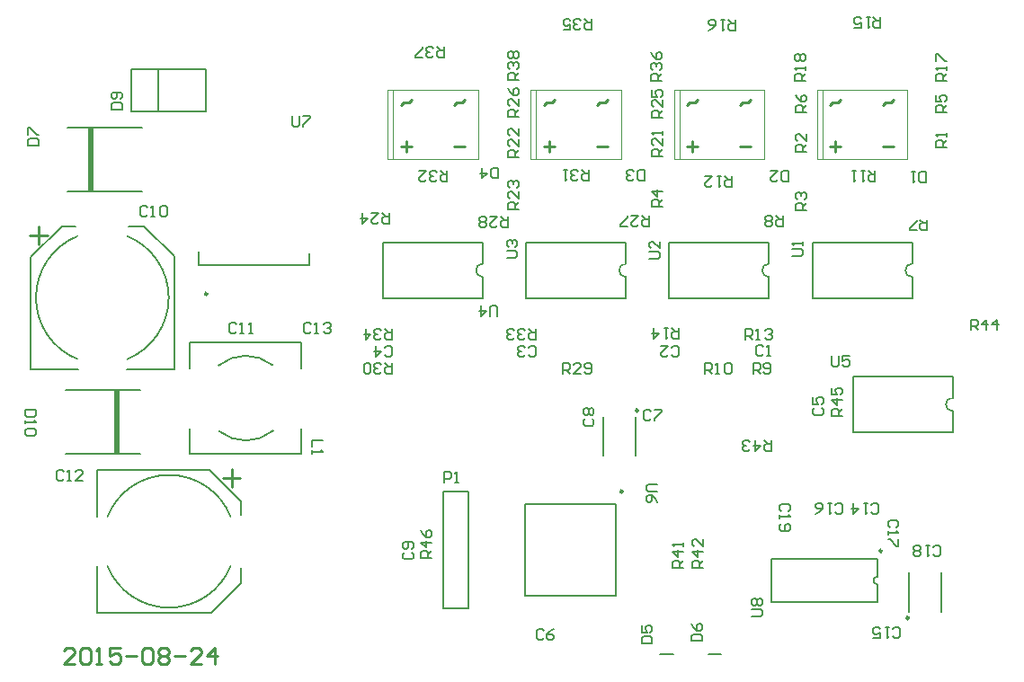
<source format=gto>
%FSLAX44Y44*%
%MOMM*%
G71*
G01*
G75*
G04 Layer_Color=65535*
%ADD10R,1.5000X1.0000*%
%ADD11R,0.9000X1.0000*%
%ADD12R,1.0000X0.9000*%
%ADD13R,0.6000X1.3000*%
%ADD14R,2.2000X2.0000*%
%ADD15R,3.0000X4.0000*%
%ADD16R,10.5000X10.4000*%
%ADD17R,1.1000X3.5000*%
%ADD18R,3.0000X5.0000*%
%ADD19R,2.5000X5.7000*%
%ADD20R,1.6000X3.0000*%
%ADD21R,5.7000X2.5000*%
%ADD22R,1.6000X0.5000*%
%ADD23R,0.5000X1.6000*%
%ADD24R,1.0000X1.5000*%
%ADD25R,1.8000X2.0000*%
%ADD26C,1.0000*%
%ADD27C,0.5000*%
%ADD28C,0.6000*%
%ADD29C,0.4000*%
%ADD30C,7.0000*%
%ADD31C,2.5000*%
%ADD32C,3.0000*%
%ADD33C,2.0000*%
%ADD34R,1.6000X1.6000*%
%ADD35C,1.6000*%
%ADD36R,2.0000X2.0000*%
%ADD37C,1.2000*%
%ADD38C,1.2700*%
%ADD39C,0.2000*%
%ADD40C,0.2500*%
%ADD41C,0.1000*%
%ADD42C,0.2540*%
D27*
X119600Y476500D02*
Y533500D01*
X143570Y229240D02*
Y286240D01*
D39*
X860000Y111667D02*
G03*
X860000Y104333I0J-3667D01*
G01*
X290360Y311036D02*
G03*
X239503Y310512I-25110J-31137D01*
G01*
X240140Y248763D02*
G03*
X290997Y249288I25110J31137D01*
G01*
X153583Y316631D02*
G03*
X153583Y432529I-23413J57949D01*
G01*
X106757D02*
G03*
X106757Y316631I23413J-57949D01*
G01*
X135051Y121587D02*
G03*
X250949Y121587I57949J23413D01*
G01*
Y168413D02*
G03*
X135051Y168413I-57949J-23413D01*
G01*
X758000Y406700D02*
G03*
X758000Y394000I0J-6350D01*
G01*
X892790Y406700D02*
G03*
X892790Y394000I0J-6350D01*
G01*
X623210Y406700D02*
G03*
X623210Y394000I0J-6350D01*
G01*
X488420Y406700D02*
G03*
X488420Y394000I0J-6350D01*
G01*
X931000Y280350D02*
G03*
X931000Y267650I0J-6350D01*
G01*
X760000Y88000D02*
X860000D01*
X760000Y128000D02*
X860000D01*
X760000Y88000D02*
Y128000D01*
X860000Y88000D02*
Y104333D01*
Y111666D02*
Y128000D01*
X920000Y78500D02*
Y115500D01*
X890000Y78500D02*
Y115500D01*
X97700Y535000D02*
X167800D01*
X97700Y475000D02*
X167800D01*
X324870Y405650D02*
Y416650D01*
X220870Y405650D02*
X324870D01*
X220870D02*
Y417550D01*
X212750Y332400D02*
X317750D01*
X212750Y227400D02*
X317750D01*
X212750D02*
Y251600D01*
X317750Y227400D02*
Y251600D01*
X212750Y308200D02*
Y332400D01*
X317750Y308200D02*
Y332400D01*
X153220Y306980D02*
X197670Y307080D01*
X62670D02*
X107070D01*
X155170Y442080D02*
X169520D01*
X92270D02*
X105170D01*
X197670Y307080D02*
Y413930D01*
X62670Y307080D02*
Y412480D01*
X92270Y442080D01*
X169520D02*
X197670Y413930D01*
X95370Y227740D02*
X165470D01*
X95370Y287740D02*
X165470D01*
X182700Y550000D02*
Y590000D01*
X157700Y550000D02*
Y590000D01*
X227800Y550000D02*
Y590000D01*
X157800D02*
X227800D01*
X157800Y550000D02*
X227800D01*
X125400Y121950D02*
X125500Y77500D01*
Y168100D02*
Y212500D01*
X260500Y105650D02*
Y120000D01*
Y170000D02*
Y182900D01*
X125500Y77500D02*
X232350D01*
X125500Y212500D02*
X230900D01*
X260500Y182900D01*
X232350Y77500D02*
X260500Y105650D01*
X528000Y94000D02*
X614000D01*
X528000Y180000D02*
X614000D01*
Y94000D02*
Y180000D01*
X528000Y94000D02*
Y180000D01*
X602000Y225500D02*
Y262500D01*
X632000Y225500D02*
Y262500D01*
X475000Y82000D02*
Y192000D01*
X451000D02*
X475000D01*
X451000Y82000D02*
X475000D01*
X451000D02*
Y192000D01*
X664000Y373850D02*
X758000D01*
X664000Y426850D02*
X758000D01*
X664000Y373850D02*
Y426850D01*
X758000Y373850D02*
Y394000D01*
Y406700D02*
Y426850D01*
X798790Y373850D02*
X892790D01*
X798790Y426850D02*
X892790D01*
X798790Y373850D02*
Y426850D01*
X892790Y373850D02*
Y394000D01*
Y406700D02*
Y426850D01*
X529210Y373850D02*
X623210D01*
X529210Y426850D02*
X623210D01*
X529210Y373850D02*
Y426850D01*
X623210Y373850D02*
Y394000D01*
Y406700D02*
Y426850D01*
X394420Y373850D02*
X488420D01*
X394420Y426850D02*
X488420D01*
X394420Y373850D02*
Y426850D01*
X488420Y373850D02*
Y394000D01*
Y406700D02*
Y426850D01*
X700650Y38350D02*
X713150D01*
X655650D02*
X668150D01*
X837000Y247500D02*
X931000D01*
X837000Y300500D02*
X931000D01*
X837000Y247500D02*
Y300500D01*
X931000Y247500D02*
Y267650D01*
Y280350D02*
Y300500D01*
X741456Y74345D02*
X749787D01*
X751453Y76011D01*
Y79343D01*
X749787Y81010D01*
X741456D01*
X743122Y84342D02*
X741456Y86008D01*
Y89340D01*
X743122Y91006D01*
X744789D01*
X746455Y89340D01*
X748121Y91006D01*
X749787D01*
X751453Y89340D01*
Y86008D01*
X749787Y84342D01*
X748121D01*
X746455Y86008D01*
X744789Y84342D01*
X743122D01*
X746455Y86008D02*
Y89340D01*
X309000Y545997D02*
Y537666D01*
X310666Y536000D01*
X313998D01*
X315665Y537666D01*
Y545997D01*
X318997D02*
X325661D01*
Y544331D01*
X318997Y537666D01*
Y536000D01*
X652752Y198595D02*
X644421D01*
X642755Y196929D01*
Y193597D01*
X644421Y191931D01*
X652752D01*
Y181934D02*
X651086Y185266D01*
X647753Y188598D01*
X644421D01*
X642755Y186932D01*
Y183600D01*
X644421Y181934D01*
X646087D01*
X647753Y183600D01*
Y188598D01*
X817000Y319997D02*
Y311666D01*
X818666Y310000D01*
X821998D01*
X823664Y311666D01*
Y319997D01*
X833661D02*
X826997D01*
Y314998D01*
X830329Y316665D01*
X831995D01*
X833661Y314998D01*
Y311666D01*
X831995Y310000D01*
X828663D01*
X826997Y311666D01*
X502000Y357003D02*
Y365334D01*
X500334Y367000D01*
X497002D01*
X495336Y365334D01*
Y357003D01*
X487005Y367000D02*
Y357003D01*
X492003Y362002D01*
X485339D01*
X511003Y412000D02*
X519334D01*
X521000Y413666D01*
Y416998D01*
X519334Y418665D01*
X511003D01*
X512669Y421997D02*
X511003Y423663D01*
Y426995D01*
X512669Y428661D01*
X514336D01*
X516002Y426995D01*
Y425329D01*
Y426995D01*
X517668Y428661D01*
X519334D01*
X521000Y426995D01*
Y423663D01*
X519334Y421997D01*
X645003Y411000D02*
X653334D01*
X655000Y412666D01*
Y415998D01*
X653334Y417664D01*
X645003D01*
X655000Y427661D02*
Y420997D01*
X648335Y427661D01*
X646669D01*
X645003Y425995D01*
Y422663D01*
X646669Y420997D01*
X780003Y414000D02*
X788334D01*
X790000Y415666D01*
Y418998D01*
X788334Y420664D01*
X780003D01*
X790000Y423997D02*
Y427329D01*
Y425663D01*
X780003D01*
X781669Y423997D01*
X440000Y129000D02*
X430003D01*
Y133998D01*
X431669Y135665D01*
X435002D01*
X436668Y133998D01*
Y129000D01*
Y132332D02*
X440000Y135665D01*
Y143995D02*
X430003D01*
X435002Y138997D01*
Y145661D01*
X430003Y155658D02*
X431669Y152326D01*
X435002Y148994D01*
X438334D01*
X440000Y150660D01*
Y153992D01*
X438334Y155658D01*
X436668D01*
X435002Y153992D01*
Y148994D01*
X827000Y263000D02*
X817003D01*
Y267998D01*
X818669Y269665D01*
X822002D01*
X823668Y267998D01*
Y263000D01*
Y266332D02*
X827000Y269665D01*
Y277995D02*
X817003D01*
X822002Y272997D01*
Y279661D01*
X817003Y289658D02*
Y282994D01*
X822002D01*
X820335Y286326D01*
Y287992D01*
X822002Y289658D01*
X825334D01*
X827000Y287992D01*
Y284660D01*
X825334Y282994D01*
X948000Y344000D02*
Y353997D01*
X952998D01*
X954665Y352331D01*
Y348998D01*
X952998Y347332D01*
X948000D01*
X951332D02*
X954665Y344000D01*
X962995D02*
Y353997D01*
X957997Y348998D01*
X964661D01*
X972992Y344000D02*
Y353997D01*
X967994Y348998D01*
X974658D01*
X760000Y240000D02*
Y230003D01*
X755002D01*
X753335Y231669D01*
Y235002D01*
X755002Y236668D01*
X760000D01*
X756668D02*
X753335Y240000D01*
X745005D02*
Y230003D01*
X750003Y235002D01*
X743339D01*
X740006Y231669D02*
X738340Y230003D01*
X735008D01*
X733342Y231669D01*
Y233335D01*
X735008Y235002D01*
X736674D01*
X735008D01*
X733342Y236668D01*
Y238334D01*
X735008Y240000D01*
X738340D01*
X740006Y238334D01*
X696000Y120000D02*
X686003D01*
Y124998D01*
X687669Y126664D01*
X691002D01*
X692668Y124998D01*
Y120000D01*
Y123332D02*
X696000Y126664D01*
Y134995D02*
X686003D01*
X691002Y129997D01*
Y136661D01*
X696000Y146658D02*
Y139993D01*
X689335Y146658D01*
X687669D01*
X686003Y144992D01*
Y141660D01*
X687669Y139993D01*
X677000Y120000D02*
X667003D01*
Y124998D01*
X668669Y126664D01*
X672002D01*
X673668Y124998D01*
Y120000D01*
Y123332D02*
X677000Y126664D01*
Y134995D02*
X667003D01*
X672002Y129997D01*
Y136661D01*
X677000Y139994D02*
Y143326D01*
Y141660D01*
X667003D01*
X668669Y139994D01*
X522000Y580000D02*
X512003D01*
Y584998D01*
X513669Y586665D01*
X517002D01*
X518668Y584998D01*
Y580000D01*
Y583332D02*
X522000Y586665D01*
X513669Y589997D02*
X512003Y591663D01*
Y594995D01*
X513669Y596661D01*
X515336D01*
X517002Y594995D01*
Y593329D01*
Y594995D01*
X518668Y596661D01*
X520334D01*
X522000Y594995D01*
Y591663D01*
X520334Y589997D01*
X513669Y599994D02*
X512003Y601660D01*
Y604992D01*
X513669Y606658D01*
X515336D01*
X517002Y604992D01*
X518668Y606658D01*
X520334D01*
X522000Y604992D01*
Y601660D01*
X520334Y599994D01*
X518668D01*
X517002Y601660D01*
X515336Y599994D01*
X513669D01*
X517002Y601660D02*
Y604992D01*
X452000Y611000D02*
Y601003D01*
X447002D01*
X445336Y602669D01*
Y606002D01*
X447002Y607668D01*
X452000D01*
X448668D02*
X445336Y611000D01*
X442003Y602669D02*
X440337Y601003D01*
X437005D01*
X435339Y602669D01*
Y604336D01*
X437005Y606002D01*
X438671D01*
X437005D01*
X435339Y607668D01*
Y609334D01*
X437005Y611000D01*
X440337D01*
X442003Y609334D01*
X432006Y601003D02*
X425342D01*
Y602669D01*
X432006Y609334D01*
Y611000D01*
X657000Y579000D02*
X647003D01*
Y583998D01*
X648669Y585664D01*
X652002D01*
X653668Y583998D01*
Y579000D01*
Y582332D02*
X657000Y585664D01*
X648669Y588997D02*
X647003Y590663D01*
Y593995D01*
X648669Y595661D01*
X650335D01*
X652002Y593995D01*
Y592329D01*
Y593995D01*
X653668Y595661D01*
X655334D01*
X657000Y593995D01*
Y590663D01*
X655334Y588997D01*
X647003Y605658D02*
X648669Y602326D01*
X652002Y598994D01*
X655334D01*
X657000Y600660D01*
Y603992D01*
X655334Y605658D01*
X653668D01*
X652002Y603992D01*
Y598994D01*
X591000Y637000D02*
Y627003D01*
X586002D01*
X584336Y628669D01*
Y632002D01*
X586002Y633668D01*
X591000D01*
X587668D02*
X584336Y637000D01*
X581003Y628669D02*
X579337Y627003D01*
X576005D01*
X574339Y628669D01*
Y630336D01*
X576005Y632002D01*
X577671D01*
X576005D01*
X574339Y633668D01*
Y635334D01*
X576005Y637000D01*
X579337D01*
X581003Y635334D01*
X564342Y627003D02*
X571007D01*
Y632002D01*
X567674Y630336D01*
X566008D01*
X564342Y632002D01*
Y635334D01*
X566008Y637000D01*
X569340D01*
X571007Y635334D01*
X403000Y345000D02*
Y335003D01*
X398002D01*
X396335Y336669D01*
Y340002D01*
X398002Y341668D01*
X403000D01*
X399668D02*
X396335Y345000D01*
X393003Y336669D02*
X391337Y335003D01*
X388005D01*
X386339Y336669D01*
Y338335D01*
X388005Y340002D01*
X389671D01*
X388005D01*
X386339Y341668D01*
Y343334D01*
X388005Y345000D01*
X391337D01*
X393003Y343334D01*
X378008Y345000D02*
Y335003D01*
X383006Y340002D01*
X376342D01*
X538000Y345000D02*
Y335003D01*
X533002D01*
X531335Y336669D01*
Y340002D01*
X533002Y341668D01*
X538000D01*
X534668D02*
X531335Y345000D01*
X528003Y336669D02*
X526337Y335003D01*
X523005D01*
X521339Y336669D01*
Y338335D01*
X523005Y340002D01*
X524671D01*
X523005D01*
X521339Y341668D01*
Y343334D01*
X523005Y345000D01*
X526337D01*
X528003Y343334D01*
X518007Y336669D02*
X516340Y335003D01*
X513008D01*
X511342Y336669D01*
Y338335D01*
X513008Y340002D01*
X514674D01*
X513008D01*
X511342Y341668D01*
Y343334D01*
X513008Y345000D01*
X516340D01*
X518007Y343334D01*
X455000Y494000D02*
Y484003D01*
X450002D01*
X448335Y485669D01*
Y489002D01*
X450002Y490668D01*
X455000D01*
X451668D02*
X448335Y494000D01*
X445003Y485669D02*
X443337Y484003D01*
X440005D01*
X438339Y485669D01*
Y487336D01*
X440005Y489002D01*
X441671D01*
X440005D01*
X438339Y490668D01*
Y492334D01*
X440005Y494000D01*
X443337D01*
X445003Y492334D01*
X428342Y494000D02*
X435006D01*
X428342Y487336D01*
Y485669D01*
X430008Y484003D01*
X433340D01*
X435006Y485669D01*
X588000Y495000D02*
Y485003D01*
X583002D01*
X581335Y486669D01*
Y490002D01*
X583002Y491668D01*
X588000D01*
X584668D02*
X581335Y495000D01*
X578003Y486669D02*
X576337Y485003D01*
X573005D01*
X571339Y486669D01*
Y488335D01*
X573005Y490002D01*
X574671D01*
X573005D01*
X571339Y491668D01*
Y493334D01*
X573005Y495000D01*
X576337D01*
X578003Y493334D01*
X568007Y495000D02*
X564674D01*
X566340D01*
Y485003D01*
X568007Y486669D01*
X403000Y313000D02*
Y303003D01*
X398002D01*
X396335Y304669D01*
Y308002D01*
X398002Y309668D01*
X403000D01*
X399668D02*
X396335Y313000D01*
X393003Y304669D02*
X391337Y303003D01*
X388005D01*
X386339Y304669D01*
Y306336D01*
X388005Y308002D01*
X389671D01*
X388005D01*
X386339Y309668D01*
Y311334D01*
X388005Y313000D01*
X391337D01*
X393003Y311334D01*
X383006Y304669D02*
X381340Y303003D01*
X378008D01*
X376342Y304669D01*
Y311334D01*
X378008Y313000D01*
X381340D01*
X383006Y311334D01*
Y304669D01*
X564000Y303000D02*
Y312997D01*
X568998D01*
X570664Y311331D01*
Y307998D01*
X568998Y306332D01*
X564000D01*
X567332D02*
X570664Y303000D01*
X580661D02*
X573997D01*
X580661Y309664D01*
Y311331D01*
X578995Y312997D01*
X575663D01*
X573997Y311331D01*
X583993Y304666D02*
X585660Y303000D01*
X588992D01*
X590658Y304666D01*
Y311331D01*
X588992Y312997D01*
X585660D01*
X583993Y311331D01*
Y309664D01*
X585660Y307998D01*
X590658D01*
X512000Y451000D02*
Y441003D01*
X507002D01*
X505336Y442669D01*
Y446002D01*
X507002Y447668D01*
X512000D01*
X508668D02*
X505336Y451000D01*
X495339D02*
X502003D01*
X495339Y444336D01*
Y442669D01*
X497005Y441003D01*
X500337D01*
X502003Y442669D01*
X492006D02*
X490340Y441003D01*
X487008D01*
X485342Y442669D01*
Y444336D01*
X487008Y446002D01*
X485342Y447668D01*
Y449334D01*
X487008Y451000D01*
X490340D01*
X492006Y449334D01*
Y447668D01*
X490340Y446002D01*
X492006Y444336D01*
Y442669D01*
X490340Y446002D02*
X487008D01*
X645000Y452000D02*
Y442003D01*
X640002D01*
X638335Y443669D01*
Y447002D01*
X640002Y448668D01*
X645000D01*
X641668D02*
X638335Y452000D01*
X628339D02*
X635003D01*
X628339Y445336D01*
Y443669D01*
X630005Y442003D01*
X633337D01*
X635003Y443669D01*
X625006Y442003D02*
X618342D01*
Y443669D01*
X625006Y450334D01*
Y452000D01*
X522000Y545000D02*
X512003D01*
Y549998D01*
X513669Y551665D01*
X517002D01*
X518668Y549998D01*
Y545000D01*
Y548332D02*
X522000Y551665D01*
Y561661D02*
Y554997D01*
X515336Y561661D01*
X513669D01*
X512003Y559995D01*
Y556663D01*
X513669Y554997D01*
X512003Y571658D02*
X513669Y568326D01*
X517002Y564994D01*
X520334D01*
X522000Y566660D01*
Y569992D01*
X520334Y571658D01*
X518668D01*
X517002Y569992D01*
Y564994D01*
X658000Y544000D02*
X648003D01*
Y548998D01*
X649669Y550665D01*
X653002D01*
X654668Y548998D01*
Y544000D01*
Y547332D02*
X658000Y550665D01*
Y560661D02*
Y553997D01*
X651336Y560661D01*
X649669D01*
X648003Y558995D01*
Y555663D01*
X649669Y553997D01*
X648003Y570658D02*
Y563994D01*
X653002D01*
X651336Y567326D01*
Y568992D01*
X653002Y570658D01*
X656334D01*
X658000Y568992D01*
Y565660D01*
X656334Y563994D01*
X400000Y454000D02*
Y444003D01*
X395002D01*
X393335Y445669D01*
Y449002D01*
X395002Y450668D01*
X400000D01*
X396668D02*
X393335Y454000D01*
X383339D02*
X390003D01*
X383339Y447336D01*
Y445669D01*
X385005Y444003D01*
X388337D01*
X390003Y445669D01*
X375008Y454000D02*
Y444003D01*
X380006Y449002D01*
X373342D01*
X522000Y458000D02*
X512003D01*
Y462998D01*
X513669Y464664D01*
X517002D01*
X518668Y462998D01*
Y458000D01*
Y461332D02*
X522000Y464664D01*
Y474661D02*
Y467997D01*
X515336Y474661D01*
X513669D01*
X512003Y472995D01*
Y469663D01*
X513669Y467997D01*
Y477994D02*
X512003Y479660D01*
Y482992D01*
X513669Y484658D01*
X515336D01*
X517002Y482992D01*
Y481326D01*
Y482992D01*
X518668Y484658D01*
X520334D01*
X522000Y482992D01*
Y479660D01*
X520334Y477994D01*
X522000Y507000D02*
X512003D01*
Y511998D01*
X513669Y513665D01*
X517002D01*
X518668Y511998D01*
Y507000D01*
Y510332D02*
X522000Y513665D01*
Y523661D02*
Y516997D01*
X515336Y523661D01*
X513669D01*
X512003Y521995D01*
Y518663D01*
X513669Y516997D01*
X522000Y533658D02*
Y526994D01*
X515336Y533658D01*
X513669D01*
X512003Y531992D01*
Y528660D01*
X513669Y526994D01*
X658000Y508000D02*
X648003D01*
Y512999D01*
X649669Y514665D01*
X653002D01*
X654668Y512999D01*
Y508000D01*
Y511332D02*
X658000Y514665D01*
Y524661D02*
Y517997D01*
X651336Y524661D01*
X649669D01*
X648003Y522995D01*
Y519663D01*
X649669Y517997D01*
X658000Y527994D02*
Y531326D01*
Y529660D01*
X648003D01*
X649669Y527994D01*
X792000Y579000D02*
X782003D01*
Y583998D01*
X783669Y585664D01*
X787002D01*
X788668Y583998D01*
Y579000D01*
Y582332D02*
X792000Y585664D01*
Y588997D02*
Y592329D01*
Y590663D01*
X782003D01*
X783669Y588997D01*
Y597327D02*
X782003Y598994D01*
Y602326D01*
X783669Y603992D01*
X785335D01*
X787002Y602326D01*
X788668Y603992D01*
X790334D01*
X792000Y602326D01*
Y598994D01*
X790334Y597327D01*
X788668D01*
X787002Y598994D01*
X785335Y597327D01*
X783669D01*
X787002Y598994D02*
Y602326D01*
X925000Y579000D02*
X915003D01*
Y583998D01*
X916669Y585664D01*
X920002D01*
X921668Y583998D01*
Y579000D01*
Y582332D02*
X925000Y585664D01*
Y588997D02*
Y592329D01*
Y590663D01*
X915003D01*
X916669Y588997D01*
X915003Y597327D02*
Y603992D01*
X916669D01*
X923334Y597327D01*
X925000D01*
X726000Y636000D02*
Y626003D01*
X721002D01*
X719335Y627669D01*
Y631002D01*
X721002Y632668D01*
X726000D01*
X722668D02*
X719335Y636000D01*
X716003D02*
X712671D01*
X714337D01*
Y626003D01*
X716003Y627669D01*
X701008Y626003D02*
X704340Y627669D01*
X707673Y631002D01*
Y634334D01*
X706006Y636000D01*
X702674D01*
X701008Y634334D01*
Y632668D01*
X702674Y631002D01*
X707673D01*
X863000Y639000D02*
Y629003D01*
X858002D01*
X856336Y630669D01*
Y634002D01*
X858002Y635668D01*
X863000D01*
X859668D02*
X856336Y639000D01*
X853003D02*
X849671D01*
X851337D01*
Y629003D01*
X853003Y630669D01*
X838008Y629003D02*
X844673D01*
Y634002D01*
X841340Y632336D01*
X839674D01*
X838008Y634002D01*
Y637334D01*
X839674Y639000D01*
X843006D01*
X844673Y637334D01*
X673000Y346000D02*
Y336003D01*
X668002D01*
X666336Y337669D01*
Y341002D01*
X668002Y342668D01*
X673000D01*
X669668D02*
X666336Y346000D01*
X663003D02*
X659671D01*
X661337D01*
Y336003D01*
X663003Y337669D01*
X649674Y346000D02*
Y336003D01*
X654673Y341002D01*
X648008D01*
X736000Y335000D02*
Y344997D01*
X740998D01*
X742664Y343331D01*
Y339998D01*
X740998Y338332D01*
X736000D01*
X739332D02*
X742664Y335000D01*
X745997D02*
X749329D01*
X747663D01*
Y344997D01*
X745997Y343331D01*
X754327D02*
X755994Y344997D01*
X759326D01*
X760992Y343331D01*
Y341665D01*
X759326Y339998D01*
X757660D01*
X759326D01*
X760992Y338332D01*
Y336666D01*
X759326Y335000D01*
X755994D01*
X754327Y336666D01*
X723000Y489000D02*
Y479003D01*
X718002D01*
X716336Y480669D01*
Y484002D01*
X718002Y485668D01*
X723000D01*
X719668D02*
X716336Y489000D01*
X713003D02*
X709671D01*
X711337D01*
Y479003D01*
X713003Y480669D01*
X698008Y489000D02*
X704673D01*
X698008Y482336D01*
Y480669D01*
X699674Y479003D01*
X703007D01*
X704673Y480669D01*
X858000Y494000D02*
Y484003D01*
X853002D01*
X851336Y485669D01*
Y489002D01*
X853002Y490668D01*
X858000D01*
X854668D02*
X851336Y494000D01*
X848003D02*
X844671D01*
X846337D01*
Y484003D01*
X848003Y485669D01*
X839673Y494000D02*
X836340D01*
X838007D01*
Y484003D01*
X839673Y485669D01*
X698000Y303000D02*
Y312997D01*
X702998D01*
X704665Y311331D01*
Y307998D01*
X702998Y306332D01*
X698000D01*
X701332D02*
X704665Y303000D01*
X707997D02*
X711329D01*
X709663D01*
Y312997D01*
X707997Y311331D01*
X716327D02*
X717993Y312997D01*
X721326D01*
X722992Y311331D01*
Y304666D01*
X721326Y303000D01*
X717993D01*
X716327Y304666D01*
Y311331D01*
X743000Y303000D02*
Y312997D01*
X747998D01*
X749665Y311331D01*
Y307998D01*
X747998Y306332D01*
X743000D01*
X746332D02*
X749665Y303000D01*
X752997Y304666D02*
X754663Y303000D01*
X757995D01*
X759661Y304666D01*
Y311331D01*
X757995Y312997D01*
X754663D01*
X752997Y311331D01*
Y309664D01*
X754663Y307998D01*
X759661D01*
X771000Y452000D02*
Y442003D01*
X766002D01*
X764335Y443669D01*
Y447002D01*
X766002Y448668D01*
X771000D01*
X767668D02*
X764335Y452000D01*
X761003Y443669D02*
X759337Y442003D01*
X756005D01*
X754339Y443669D01*
Y445336D01*
X756005Y447002D01*
X754339Y448668D01*
Y450334D01*
X756005Y452000D01*
X759337D01*
X761003Y450334D01*
Y448668D01*
X759337Y447002D01*
X761003Y445336D01*
Y443669D01*
X759337Y447002D02*
X756005D01*
X907000Y448000D02*
Y438003D01*
X902002D01*
X900335Y439669D01*
Y443002D01*
X902002Y444668D01*
X907000D01*
X903668D02*
X900335Y448000D01*
X897003Y438003D02*
X890339D01*
Y439669D01*
X897003Y446334D01*
Y448000D01*
X793000Y549000D02*
X783003D01*
Y553998D01*
X784669Y555665D01*
X788002D01*
X789668Y553998D01*
Y549000D01*
Y552332D02*
X793000Y555665D01*
X783003Y565661D02*
X784669Y562329D01*
X788002Y558997D01*
X791334D01*
X793000Y560663D01*
Y563995D01*
X791334Y565661D01*
X789668D01*
X788002Y563995D01*
Y558997D01*
X925000Y549000D02*
X915003D01*
Y553998D01*
X916669Y555665D01*
X920002D01*
X921668Y553998D01*
Y549000D01*
Y552332D02*
X925000Y555665D01*
X915003Y565661D02*
Y558997D01*
X920002D01*
X918335Y562329D01*
Y563995D01*
X920002Y565661D01*
X923334D01*
X925000Y563995D01*
Y560663D01*
X923334Y558997D01*
X658000Y460000D02*
X648003D01*
Y464998D01*
X649669Y466665D01*
X653002D01*
X654668Y464998D01*
Y460000D01*
Y463332D02*
X658000Y466665D01*
Y474995D02*
X648003D01*
X653002Y469997D01*
Y476661D01*
X793000Y457000D02*
X783003D01*
Y461998D01*
X784669Y463665D01*
X788002D01*
X789668Y461998D01*
Y457000D01*
Y460332D02*
X793000Y463665D01*
X784669Y466997D02*
X783003Y468663D01*
Y471995D01*
X784669Y473661D01*
X786336D01*
X788002Y471995D01*
Y470329D01*
Y471995D01*
X789668Y473661D01*
X791334D01*
X793000Y471995D01*
Y468663D01*
X791334Y466997D01*
X793000Y512000D02*
X783003D01*
Y516998D01*
X784669Y518665D01*
X788002D01*
X789668Y516998D01*
Y512000D01*
Y515332D02*
X793000Y518665D01*
Y528661D02*
Y521997D01*
X786336Y528661D01*
X784669D01*
X783003Y526995D01*
Y523663D01*
X784669Y521997D01*
X925000Y516000D02*
X915003D01*
Y520998D01*
X916669Y522665D01*
X920002D01*
X921668Y520998D01*
Y516000D01*
Y519332D02*
X925000Y522665D01*
Y525997D02*
Y529329D01*
Y527663D01*
X915003D01*
X916669Y525997D01*
X452459Y200505D02*
Y210502D01*
X457457D01*
X459123Y208836D01*
Y205503D01*
X457457Y203837D01*
X452459D01*
X462456Y200505D02*
X465788D01*
X464122D01*
Y210502D01*
X462456Y208836D01*
X337477Y240530D02*
X327480D01*
Y233865D01*
Y230533D02*
Y227201D01*
Y228867D01*
X337477D01*
X335811Y230533D01*
X67777Y269170D02*
X57780D01*
Y264172D01*
X59446Y262505D01*
X66111D01*
X67777Y264172D01*
Y269170D01*
X57780Y259173D02*
Y255841D01*
Y257507D01*
X67777D01*
X66111Y259173D01*
Y250842D02*
X67777Y249176D01*
Y245844D01*
X66111Y244178D01*
X59446D01*
X57780Y245844D01*
Y249176D01*
X59446Y250842D01*
X66111D01*
X139188Y551585D02*
X149185D01*
Y556583D01*
X147519Y558250D01*
X140854D01*
X139188Y556583D01*
Y551585D01*
X147519Y561582D02*
X149185Y563248D01*
Y566580D01*
X147519Y568246D01*
X140854D01*
X139188Y566580D01*
Y563248D01*
X140854Y561582D01*
X142521D01*
X144187Y563248D01*
Y568246D01*
X60003Y518000D02*
X70000D01*
Y522998D01*
X68334Y524664D01*
X61669D01*
X60003Y522998D01*
Y518000D01*
Y527997D02*
Y534661D01*
X61669D01*
X68334Y527997D01*
X70000D01*
X685003Y51000D02*
X695000D01*
Y55998D01*
X693334Y57664D01*
X686669D01*
X685003Y55998D01*
Y51000D01*
Y67661D02*
X686669Y64329D01*
X690002Y60997D01*
X693334D01*
X695000Y62663D01*
Y65995D01*
X693334Y67661D01*
X691668D01*
X690002Y65995D01*
Y60997D01*
X638003Y49000D02*
X648000D01*
Y53998D01*
X646334Y55665D01*
X639669D01*
X638003Y53998D01*
Y49000D01*
Y65661D02*
Y58997D01*
X643002D01*
X641336Y62329D01*
Y63995D01*
X643002Y65661D01*
X646334D01*
X648000Y63995D01*
Y60663D01*
X646334Y58997D01*
X503000Y487003D02*
Y497000D01*
X498002D01*
X496335Y495334D01*
Y488669D01*
X498002Y487003D01*
X503000D01*
X488005Y497000D02*
Y487003D01*
X493003Y492002D01*
X486339D01*
X641000Y485003D02*
Y495000D01*
X636002D01*
X634336Y493334D01*
Y486669D01*
X636002Y485003D01*
X641000D01*
X631003Y486669D02*
X629337Y485003D01*
X626005D01*
X624339Y486669D01*
Y488335D01*
X626005Y490002D01*
X627671D01*
X626005D01*
X624339Y491668D01*
Y493334D01*
X626005Y495000D01*
X629337D01*
X631003Y493334D01*
X776000Y484003D02*
Y494000D01*
X771002D01*
X769335Y492334D01*
Y485669D01*
X771002Y484003D01*
X776000D01*
X759339Y494000D02*
X766003D01*
X759339Y487336D01*
Y485669D01*
X761005Y484003D01*
X764337D01*
X766003Y485669D01*
X906000Y483003D02*
Y493000D01*
X901002D01*
X899335Y491334D01*
Y484669D01*
X901002Y483003D01*
X906000D01*
X896003Y493000D02*
X892671D01*
X894337D01*
Y483003D01*
X896003Y484669D01*
X776331Y173335D02*
X777997Y175002D01*
Y178334D01*
X776331Y180000D01*
X769666D01*
X768000Y178334D01*
Y175002D01*
X769666Y173335D01*
X768000Y170003D02*
Y166671D01*
Y168337D01*
X777997D01*
X776331Y170003D01*
X769666Y161673D02*
X768000Y160007D01*
Y156674D01*
X769666Y155008D01*
X776331D01*
X777997Y156674D01*
Y160007D01*
X776331Y161673D01*
X774665D01*
X772998Y160007D01*
Y155008D01*
X912336Y132669D02*
X914002Y131003D01*
X917334D01*
X919000Y132669D01*
Y139334D01*
X917334Y141000D01*
X914002D01*
X912336Y139334D01*
X909003Y141000D02*
X905671D01*
X907337D01*
Y131003D01*
X909003Y132669D01*
X900673D02*
X899007Y131003D01*
X895674D01*
X894008Y132669D01*
Y134335D01*
X895674Y136002D01*
X894008Y137668D01*
Y139334D01*
X895674Y141000D01*
X899007D01*
X900673Y139334D01*
Y137668D01*
X899007Y136002D01*
X900673Y134335D01*
Y132669D01*
X899007Y136002D02*
X895674D01*
X878331Y158336D02*
X879997Y160002D01*
Y163334D01*
X878331Y165000D01*
X871666D01*
X870000Y163334D01*
Y160002D01*
X871666Y158336D01*
X870000Y155003D02*
Y151671D01*
Y153337D01*
X879997D01*
X878331Y155003D01*
X879997Y146673D02*
Y140008D01*
X878331D01*
X871666Y146673D01*
X870000D01*
X820335Y172669D02*
X822002Y171003D01*
X825334D01*
X827000Y172669D01*
Y179334D01*
X825334Y181000D01*
X822002D01*
X820335Y179334D01*
X817003Y181000D02*
X813671D01*
X815337D01*
Y171003D01*
X817003Y172669D01*
X802008Y171003D02*
X805340Y172669D01*
X808673Y176002D01*
Y179334D01*
X807006Y181000D01*
X803674D01*
X802008Y179334D01*
Y177668D01*
X803674Y176002D01*
X808673D01*
X874335Y55669D02*
X876002Y54003D01*
X879334D01*
X881000Y55669D01*
Y62334D01*
X879334Y64000D01*
X876002D01*
X874335Y62334D01*
X871003Y64000D02*
X867671D01*
X869337D01*
Y54003D01*
X871003Y55669D01*
X856008Y54003D02*
X862673D01*
Y59002D01*
X859340Y57336D01*
X857674D01*
X856008Y59002D01*
Y62334D01*
X857674Y64000D01*
X861006D01*
X862673Y62334D01*
X854335Y172669D02*
X856002Y171003D01*
X859334D01*
X861000Y172669D01*
Y179334D01*
X859334Y181000D01*
X856002D01*
X854335Y179334D01*
X851003Y181000D02*
X847671D01*
X849337D01*
Y171003D01*
X851003Y172669D01*
X837674Y181000D02*
Y171003D01*
X842673Y176002D01*
X836008D01*
X326665Y349331D02*
X324998Y350997D01*
X321666D01*
X320000Y349331D01*
Y342666D01*
X321666Y341000D01*
X324998D01*
X326665Y342666D01*
X329997Y341000D02*
X333329D01*
X331663D01*
Y350997D01*
X329997Y349331D01*
X338327D02*
X339994Y350997D01*
X343326D01*
X344992Y349331D01*
Y347664D01*
X343326Y345998D01*
X341660D01*
X343326D01*
X344992Y344332D01*
Y342666D01*
X343326Y341000D01*
X339994D01*
X338327Y342666D01*
X93665Y210331D02*
X91998Y211997D01*
X88666D01*
X87000Y210331D01*
Y203666D01*
X88666Y202000D01*
X91998D01*
X93665Y203666D01*
X96997Y202000D02*
X100329D01*
X98663D01*
Y211997D01*
X96997Y210331D01*
X111992Y202000D02*
X105327D01*
X111992Y208664D01*
Y210331D01*
X110326Y211997D01*
X106994D01*
X105327Y210331D01*
X256674Y349191D02*
X255008Y350857D01*
X251676D01*
X250010Y349191D01*
Y342526D01*
X251676Y340860D01*
X255008D01*
X256674Y342526D01*
X260007Y340860D02*
X263339D01*
X261673D01*
Y350857D01*
X260007Y349191D01*
X268337Y340860D02*
X271670D01*
X270004D01*
Y350857D01*
X268337Y349191D01*
X172665Y459331D02*
X170998Y460997D01*
X167666D01*
X166000Y459331D01*
Y452666D01*
X167666Y451000D01*
X170998D01*
X172665Y452666D01*
X175997Y451000D02*
X179329D01*
X177663D01*
Y460997D01*
X175997Y459331D01*
X184327D02*
X185994Y460997D01*
X189326D01*
X190992Y459331D01*
Y452666D01*
X189326Y451000D01*
X185994D01*
X184327Y452666D01*
Y459331D01*
X414669Y134664D02*
X413003Y132998D01*
Y129666D01*
X414669Y128000D01*
X421334D01*
X423000Y129666D01*
Y132998D01*
X421334Y134664D01*
Y137997D02*
X423000Y139663D01*
Y142995D01*
X421334Y144661D01*
X414669D01*
X413003Y142995D01*
Y139663D01*
X414669Y137997D01*
X416335D01*
X418002Y139663D01*
Y144661D01*
X584669Y260665D02*
X583003Y258998D01*
Y255666D01*
X584669Y254000D01*
X591334D01*
X593000Y255666D01*
Y258998D01*
X591334Y260665D01*
X584669Y263997D02*
X583003Y265663D01*
Y268995D01*
X584669Y270661D01*
X586335D01*
X588002Y268995D01*
X589668Y270661D01*
X591334D01*
X593000Y268995D01*
Y265663D01*
X591334Y263997D01*
X589668D01*
X588002Y265663D01*
X586335Y263997D01*
X584669D01*
X588002Y265663D02*
Y268995D01*
X646665Y267331D02*
X644998Y268997D01*
X641666D01*
X640000Y267331D01*
Y260666D01*
X641666Y259000D01*
X644998D01*
X646665Y260666D01*
X649997Y268997D02*
X656661D01*
Y267331D01*
X649997Y260666D01*
Y259000D01*
X545664Y60331D02*
X543998Y61997D01*
X540666D01*
X539000Y60331D01*
Y53666D01*
X540666Y52000D01*
X543998D01*
X545664Y53666D01*
X555661Y61997D02*
X552329Y60331D01*
X548997Y56998D01*
Y53666D01*
X550663Y52000D01*
X553995D01*
X555661Y53666D01*
Y55332D01*
X553995Y56998D01*
X548997D01*
X801169Y270665D02*
X799503Y268998D01*
Y265666D01*
X801169Y264000D01*
X807834D01*
X809500Y265666D01*
Y268998D01*
X807834Y270665D01*
X799503Y280661D02*
Y273997D01*
X804502D01*
X802836Y277329D01*
Y278995D01*
X804502Y280661D01*
X807834D01*
X809500Y278995D01*
Y275663D01*
X807834Y273997D01*
X396335Y320669D02*
X398002Y319003D01*
X401334D01*
X403000Y320669D01*
Y327334D01*
X401334Y329000D01*
X398002D01*
X396335Y327334D01*
X388005Y329000D02*
Y319003D01*
X393003Y324002D01*
X386339D01*
X531335Y320669D02*
X533002Y319003D01*
X536334D01*
X538000Y320669D01*
Y327334D01*
X536334Y329000D01*
X533002D01*
X531335Y327334D01*
X528003Y320669D02*
X526337Y319003D01*
X523005D01*
X521339Y320669D01*
Y322336D01*
X523005Y324002D01*
X524671D01*
X523005D01*
X521339Y325668D01*
Y327334D01*
X523005Y329000D01*
X526337D01*
X528003Y327334D01*
X666336Y320669D02*
X668002Y319003D01*
X671334D01*
X673000Y320669D01*
Y327334D01*
X671334Y329000D01*
X668002D01*
X666336Y327334D01*
X656339Y329000D02*
X663003D01*
X656339Y322336D01*
Y320669D01*
X658005Y319003D01*
X661337D01*
X663003Y320669D01*
X752664Y328331D02*
X750998Y329997D01*
X747666D01*
X746000Y328331D01*
Y321666D01*
X747666Y320000D01*
X750998D01*
X752664Y321666D01*
X755997Y320000D02*
X759329D01*
X757663D01*
Y329997D01*
X755997Y328331D01*
D40*
X864500Y136000D02*
G03*
X864500Y136000I-1250J0D01*
G01*
X889750Y72750D02*
G03*
X889750Y72750I-1250J0D01*
G01*
X229120Y378150D02*
G03*
X229120Y378150I-1250J0D01*
G01*
X620250Y192000D02*
G03*
X620250Y192000I-1250J0D01*
G01*
X634750Y268250D02*
G03*
X634750Y268250I-1250J0D01*
G01*
D41*
X673500Y505010D02*
Y570010D01*
X668500D02*
X753500D01*
X668500Y567510D02*
Y570010D01*
Y505010D02*
Y567510D01*
X753500Y505010D02*
Y570010D01*
X668500Y505010D02*
X753500D01*
X808290D02*
Y570010D01*
X803290D02*
X888290D01*
X803290Y567510D02*
Y570010D01*
Y505010D02*
Y567510D01*
X888290Y505010D02*
Y570010D01*
X803290Y505010D02*
X888290D01*
X538710D02*
Y570010D01*
X533710D02*
X618710D01*
X533710Y567510D02*
Y570010D01*
Y505010D02*
Y567510D01*
X618710Y505010D02*
Y570010D01*
X533710Y505010D02*
X618710D01*
X403920D02*
Y570010D01*
X398920D02*
X483920D01*
X398920Y567510D02*
Y570010D01*
Y505010D02*
Y567510D01*
X483920Y505010D02*
Y570010D01*
X398920Y505010D02*
X483920D01*
D42*
X104157Y29000D02*
X94000D01*
X104157Y39157D01*
Y41696D01*
X101617Y44235D01*
X96539D01*
X94000Y41696D01*
X109235D02*
X111774Y44235D01*
X116853D01*
X119392Y41696D01*
Y31539D01*
X116853Y29000D01*
X111774D01*
X109235Y31539D01*
Y41696D01*
X124470Y29000D02*
X129549D01*
X127009D01*
Y44235D01*
X124470Y41696D01*
X147323Y44235D02*
X137166D01*
Y36618D01*
X142244Y39157D01*
X144784D01*
X147323Y36618D01*
Y31539D01*
X144784Y29000D01*
X139705D01*
X137166Y31539D01*
X152401Y36618D02*
X162558D01*
X167636Y41696D02*
X170175Y44235D01*
X175254D01*
X177793Y41696D01*
Y31539D01*
X175254Y29000D01*
X170175D01*
X167636Y31539D01*
Y41696D01*
X182871D02*
X185410Y44235D01*
X190489D01*
X193028Y41696D01*
Y39157D01*
X190489Y36618D01*
X193028Y34078D01*
Y31539D01*
X190489Y29000D01*
X185410D01*
X182871Y31539D01*
Y34078D01*
X185410Y36618D01*
X182871Y39157D01*
Y41696D01*
X185410Y36618D02*
X190489D01*
X198106D02*
X208263D01*
X223498Y29000D02*
X213341D01*
X223498Y39157D01*
Y41696D01*
X220959Y44235D01*
X215881D01*
X213341Y41696D01*
X236194Y29000D02*
Y44235D01*
X228577Y36618D01*
X238733D01*
X62120Y433476D02*
X78781D01*
X70451Y441807D02*
Y425145D01*
X251896Y213050D02*
Y196389D01*
X260227Y204719D02*
X243565D01*
X691000Y561314D02*
X688461Y558775D01*
X683382D01*
X680843Y556236D01*
X741000Y561314D02*
X738461Y558775D01*
X733382D01*
X730843Y556236D01*
X741000Y517393D02*
X730843D01*
X691000D02*
X680843D01*
X685922Y512314D02*
Y522471D01*
X825790Y561314D02*
X823251Y558775D01*
X818173D01*
X815633Y556236D01*
X875790Y561314D02*
X873251Y558775D01*
X868173D01*
X865633Y556236D01*
X875790Y517393D02*
X865633D01*
X825790D02*
X815633D01*
X820712Y512314D02*
Y522471D01*
X556210Y561314D02*
X553671Y558775D01*
X548592D01*
X546053Y556236D01*
X606210Y561314D02*
X603671Y558775D01*
X598592D01*
X596053Y556236D01*
X606210Y517393D02*
X596053D01*
X556210D02*
X546053D01*
X551132Y512314D02*
Y522471D01*
X421420Y561314D02*
X418881Y558775D01*
X413802D01*
X411263Y556236D01*
X471420Y561314D02*
X468881Y558775D01*
X463802D01*
X461263Y556236D01*
X471420Y517393D02*
X461263D01*
X421420D02*
X411263D01*
X416342Y512314D02*
Y522471D01*
M02*

</source>
